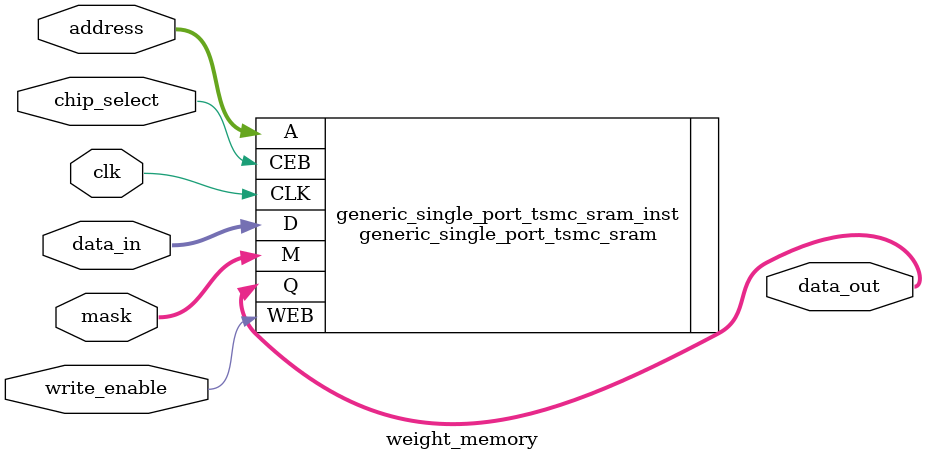
<source format=v>
`include "generic_single_port_tsmc_sram.sv"

module weight_memory
    #(parameter WIDTH = 1024, parameter NUM_ROWS = 128, localparam ADDRESS_WIDTH = $clog2(NUM_ROWS))
    (
        input clk,
        
        input [ADDRESS_WIDTH-1:0] address,
        input [WIDTH-1:0] data_in,
        input [WIDTH-1:0] mask,
        input chip_select,
        input write_enable,

        output [WIDTH-1:0] data_out
    );

    generic_single_port_tsmc_sram #(
        .WIDTH(WIDTH),
        .NUM_ROWS(NUM_ROWS)
    ) generic_single_port_tsmc_sram_inst (
        .CLK(clk),
        .CEB(chip_select),
        .WEB(write_enable),
        .A(address),
        .D(data_in),
        .M(mask),
        .Q(data_out)
    );

endmodule

</source>
